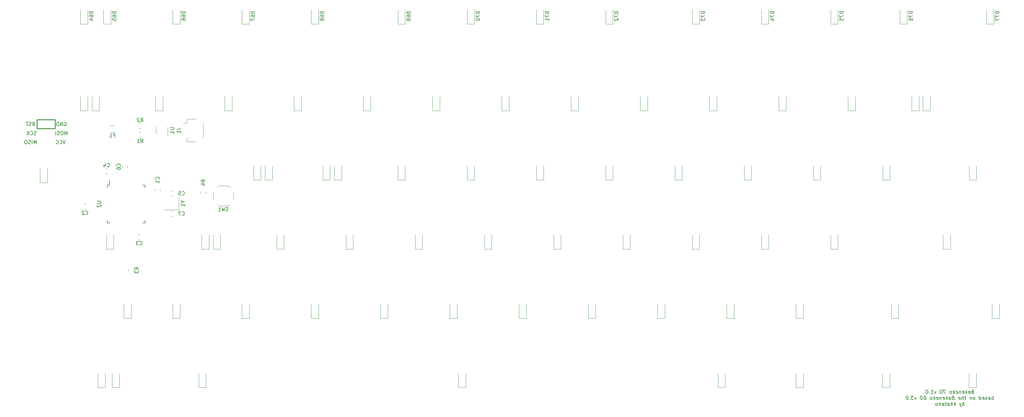
<source format=gbo>
G04 #@! TF.GenerationSoftware,KiCad,Pcbnew,(5.1.4)-1*
G04 #@! TF.CreationDate,2021-10-30T23:29:11+08:00*
G04 #@! TF.ProjectId,bakeneko-60-pcb,62616b65-6e65-46b6-9f2d-36302d706362,rev?*
G04 #@! TF.SameCoordinates,Original*
G04 #@! TF.FileFunction,Legend,Bot*
G04 #@! TF.FilePolarity,Positive*
%FSLAX46Y46*%
G04 Gerber Fmt 4.6, Leading zero omitted, Abs format (unit mm)*
G04 Created by KiCad (PCBNEW (5.1.4)-1) date 2021-10-30 23:29:11*
%MOMM*%
%LPD*%
G04 APERTURE LIST*
%ADD10C,0.150000*%
%ADD11C,0.120000*%
%ADD12C,0.250000*%
G04 APERTURE END LIST*
D10*
X252335104Y-80431696D02*
X252198199Y-80479315D01*
X252156532Y-80526934D01*
X252120818Y-80622172D01*
X252138675Y-80765029D01*
X252198199Y-80860267D01*
X252251770Y-80907886D01*
X252352961Y-80955505D01*
X252733913Y-80955505D01*
X252608913Y-79955505D01*
X252275580Y-79955505D01*
X252186294Y-80003125D01*
X252144627Y-80050744D01*
X252108913Y-80145982D01*
X252120818Y-80241220D01*
X252180342Y-80336458D01*
X252233913Y-80384077D01*
X252335104Y-80431696D01*
X252668437Y-80431696D01*
X251305342Y-80955505D02*
X251239866Y-80431696D01*
X251275580Y-80336458D01*
X251364866Y-80288839D01*
X251555342Y-80288839D01*
X251656532Y-80336458D01*
X251299389Y-80907886D02*
X251400580Y-80955505D01*
X251638675Y-80955505D01*
X251727961Y-80907886D01*
X251763675Y-80812648D01*
X251751770Y-80717410D01*
X251692247Y-80622172D01*
X251591056Y-80574553D01*
X251352961Y-80574553D01*
X251251770Y-80526934D01*
X250829151Y-80955505D02*
X250704151Y-79955505D01*
X250686294Y-80574553D02*
X250448199Y-80955505D01*
X250364866Y-80288839D02*
X250793437Y-80669791D01*
X249632723Y-80907886D02*
X249733913Y-80955505D01*
X249924389Y-80955505D01*
X250013675Y-80907886D01*
X250049389Y-80812648D01*
X250001770Y-80431696D01*
X249942247Y-80336458D01*
X249841056Y-80288839D01*
X249650580Y-80288839D01*
X249561294Y-80336458D01*
X249525580Y-80431696D01*
X249537485Y-80526934D01*
X250025580Y-80622172D01*
X249079151Y-80288839D02*
X249162485Y-80955505D01*
X249091056Y-80384077D02*
X249037485Y-80336458D01*
X248936294Y-80288839D01*
X248793437Y-80288839D01*
X248704151Y-80336458D01*
X248668437Y-80431696D01*
X248733913Y-80955505D01*
X247870818Y-80907886D02*
X247972008Y-80955505D01*
X248162485Y-80955505D01*
X248251770Y-80907886D01*
X248287485Y-80812648D01*
X248239866Y-80431696D01*
X248180342Y-80336458D01*
X248079151Y-80288839D01*
X247888675Y-80288839D01*
X247799389Y-80336458D01*
X247763675Y-80431696D01*
X247775580Y-80526934D01*
X248263675Y-80622172D01*
X247400580Y-80955505D02*
X247275580Y-79955505D01*
X247257723Y-80574553D02*
X247019627Y-80955505D01*
X246936294Y-80288839D02*
X247364866Y-80669791D01*
X246448199Y-80955505D02*
X246537485Y-80907886D01*
X246579151Y-80860267D01*
X246614866Y-80765029D01*
X246579151Y-80479315D01*
X246519627Y-80384077D01*
X246466056Y-80336458D01*
X246364866Y-80288839D01*
X246222008Y-80288839D01*
X246132723Y-80336458D01*
X246091056Y-80384077D01*
X246055342Y-80479315D01*
X246091056Y-80765029D01*
X246150580Y-80860267D01*
X246204151Y-80907886D01*
X246305342Y-80955505D01*
X246448199Y-80955505D01*
X244894627Y-79955505D02*
X244227961Y-79955505D01*
X244781532Y-80955505D01*
X243656532Y-79955505D02*
X243561294Y-79955505D01*
X243472008Y-80003125D01*
X243430342Y-80050744D01*
X243394627Y-80145982D01*
X243370818Y-80336458D01*
X243400580Y-80574553D01*
X243472008Y-80765029D01*
X243531532Y-80860267D01*
X243585104Y-80907886D01*
X243686294Y-80955505D01*
X243781532Y-80955505D01*
X243870818Y-80907886D01*
X243912485Y-80860267D01*
X243948199Y-80765029D01*
X243972008Y-80574553D01*
X243942247Y-80336458D01*
X243870818Y-80145982D01*
X243811294Y-80050744D01*
X243757723Y-80003125D01*
X243656532Y-79955505D01*
X242269627Y-80288839D02*
X242114866Y-80955505D01*
X241793437Y-80288839D01*
X240972008Y-80955505D02*
X241543437Y-80955505D01*
X241257723Y-80955505D02*
X241132723Y-79955505D01*
X241245818Y-80098363D01*
X241352961Y-80193601D01*
X241454151Y-80241220D01*
X240531532Y-80860267D02*
X240489866Y-80907886D01*
X240543437Y-80955505D01*
X240585104Y-80907886D01*
X240531532Y-80860267D01*
X240543437Y-80955505D01*
X239751770Y-79955505D02*
X239656532Y-79955505D01*
X239567247Y-80003125D01*
X239525580Y-80050744D01*
X239489866Y-80145982D01*
X239466056Y-80336458D01*
X239495818Y-80574553D01*
X239567247Y-80765029D01*
X239626770Y-80860267D01*
X239680342Y-80907886D01*
X239781532Y-80955505D01*
X239876770Y-80955505D01*
X239966056Y-80907886D01*
X240007723Y-80860267D01*
X240043437Y-80765029D01*
X240067247Y-80574553D01*
X240037485Y-80336458D01*
X239966056Y-80145982D01*
X239906532Y-80050744D01*
X239852961Y-80003125D01*
X239751770Y-79955505D01*
X258138675Y-82605505D02*
X258013675Y-81605505D01*
X258061294Y-81986458D02*
X257960104Y-81938839D01*
X257769627Y-81938839D01*
X257680342Y-81986458D01*
X257638675Y-82034077D01*
X257602961Y-82129315D01*
X257638675Y-82415029D01*
X257698199Y-82510267D01*
X257751770Y-82557886D01*
X257852961Y-82605505D01*
X258043437Y-82605505D01*
X258132723Y-82557886D01*
X256805342Y-82605505D02*
X256739866Y-82081696D01*
X256775580Y-81986458D01*
X256864866Y-81938839D01*
X257055342Y-81938839D01*
X257156532Y-81986458D01*
X256799389Y-82557886D02*
X256900580Y-82605505D01*
X257138675Y-82605505D01*
X257227961Y-82557886D01*
X257263675Y-82462648D01*
X257251770Y-82367410D01*
X257192247Y-82272172D01*
X257091056Y-82224553D01*
X256852961Y-82224553D01*
X256751770Y-82176934D01*
X256370818Y-82557886D02*
X256281532Y-82605505D01*
X256091056Y-82605505D01*
X255989866Y-82557886D01*
X255930342Y-82462648D01*
X255924389Y-82415029D01*
X255960104Y-82319791D01*
X256049389Y-82272172D01*
X256192247Y-82272172D01*
X256281532Y-82224553D01*
X256317247Y-82129315D01*
X256311294Y-82081696D01*
X256251770Y-81986458D01*
X256150580Y-81938839D01*
X256007723Y-81938839D01*
X255918437Y-81986458D01*
X255132723Y-82557886D02*
X255233913Y-82605505D01*
X255424389Y-82605505D01*
X255513675Y-82557886D01*
X255549389Y-82462648D01*
X255501770Y-82081696D01*
X255442247Y-81986458D01*
X255341056Y-81938839D01*
X255150580Y-81938839D01*
X255061294Y-81986458D01*
X255025580Y-82081696D01*
X255037485Y-82176934D01*
X255525580Y-82272172D01*
X254233913Y-82605505D02*
X254108913Y-81605505D01*
X254227961Y-82557886D02*
X254329151Y-82605505D01*
X254519627Y-82605505D01*
X254608913Y-82557886D01*
X254650580Y-82510267D01*
X254686294Y-82415029D01*
X254650580Y-82129315D01*
X254591056Y-82034077D01*
X254537485Y-81986458D01*
X254436294Y-81938839D01*
X254245818Y-81938839D01*
X254156532Y-81986458D01*
X252852961Y-82605505D02*
X252942247Y-82557886D01*
X252983913Y-82510267D01*
X253019627Y-82415029D01*
X252983913Y-82129315D01*
X252924389Y-82034077D01*
X252870818Y-81986458D01*
X252769627Y-81938839D01*
X252626770Y-81938839D01*
X252537485Y-81986458D01*
X252495818Y-82034077D01*
X252460104Y-82129315D01*
X252495818Y-82415029D01*
X252555342Y-82510267D01*
X252608913Y-82557886D01*
X252710104Y-82605505D01*
X252852961Y-82605505D01*
X252007723Y-81938839D02*
X252091056Y-82605505D01*
X252019627Y-82034077D02*
X251966056Y-81986458D01*
X251864866Y-81938839D01*
X251722008Y-81938839D01*
X251632723Y-81986458D01*
X251597008Y-82081696D01*
X251662485Y-82605505D01*
X250483913Y-81938839D02*
X250102961Y-81938839D01*
X250299389Y-81605505D02*
X250406532Y-82462648D01*
X250370818Y-82557886D01*
X250281532Y-82605505D01*
X250186294Y-82605505D01*
X249852961Y-82605505D02*
X249727961Y-81605505D01*
X249424389Y-82605505D02*
X249358913Y-82081696D01*
X249394627Y-81986458D01*
X249483913Y-81938839D01*
X249626770Y-81938839D01*
X249727961Y-81986458D01*
X249781532Y-82034077D01*
X248561294Y-82557886D02*
X248662485Y-82605505D01*
X248852961Y-82605505D01*
X248942247Y-82557886D01*
X248977961Y-82462648D01*
X248930342Y-82081696D01*
X248870818Y-81986458D01*
X248769627Y-81938839D01*
X248579151Y-81938839D01*
X248489866Y-81986458D01*
X248454151Y-82081696D01*
X248466056Y-82176934D01*
X248954151Y-82272172D01*
X246930342Y-82081696D02*
X246793437Y-82129315D01*
X246751770Y-82176934D01*
X246716056Y-82272172D01*
X246733913Y-82415029D01*
X246793437Y-82510267D01*
X246847008Y-82557886D01*
X246948199Y-82605505D01*
X247329151Y-82605505D01*
X247204151Y-81605505D01*
X246870818Y-81605505D01*
X246781532Y-81653125D01*
X246739866Y-81700744D01*
X246704151Y-81795982D01*
X246716056Y-81891220D01*
X246775580Y-81986458D01*
X246829151Y-82034077D01*
X246930342Y-82081696D01*
X247263675Y-82081696D01*
X245900580Y-82605505D02*
X245835104Y-82081696D01*
X245870818Y-81986458D01*
X245960104Y-81938839D01*
X246150580Y-81938839D01*
X246251770Y-81986458D01*
X245894627Y-82557886D02*
X245995818Y-82605505D01*
X246233913Y-82605505D01*
X246323199Y-82557886D01*
X246358913Y-82462648D01*
X246347008Y-82367410D01*
X246287485Y-82272172D01*
X246186294Y-82224553D01*
X245948199Y-82224553D01*
X245847008Y-82176934D01*
X245424389Y-82605505D02*
X245299389Y-81605505D01*
X245281532Y-82224553D02*
X245043437Y-82605505D01*
X244960104Y-81938839D02*
X245388675Y-82319791D01*
X244227961Y-82557886D02*
X244329151Y-82605505D01*
X244519627Y-82605505D01*
X244608913Y-82557886D01*
X244644627Y-82462648D01*
X244597008Y-82081696D01*
X244537485Y-81986458D01*
X244436294Y-81938839D01*
X244245818Y-81938839D01*
X244156532Y-81986458D01*
X244120818Y-82081696D01*
X244132723Y-82176934D01*
X244620818Y-82272172D01*
X243674389Y-81938839D02*
X243757723Y-82605505D01*
X243686294Y-82034077D02*
X243632723Y-81986458D01*
X243531532Y-81938839D01*
X243388675Y-81938839D01*
X243299389Y-81986458D01*
X243263675Y-82081696D01*
X243329151Y-82605505D01*
X242466056Y-82557886D02*
X242567247Y-82605505D01*
X242757723Y-82605505D01*
X242847008Y-82557886D01*
X242882723Y-82462648D01*
X242835104Y-82081696D01*
X242775580Y-81986458D01*
X242674389Y-81938839D01*
X242483913Y-81938839D01*
X242394627Y-81986458D01*
X242358913Y-82081696D01*
X242370818Y-82176934D01*
X242858913Y-82272172D01*
X241995818Y-82605505D02*
X241870818Y-81605505D01*
X241852961Y-82224553D02*
X241614866Y-82605505D01*
X241531532Y-81938839D02*
X241960104Y-82319791D01*
X241043437Y-82605505D02*
X241132723Y-82557886D01*
X241174389Y-82510267D01*
X241210104Y-82415029D01*
X241174389Y-82129315D01*
X241114866Y-82034077D01*
X241061294Y-81986458D01*
X240960104Y-81938839D01*
X240817247Y-81938839D01*
X240727961Y-81986458D01*
X240686294Y-82034077D01*
X240650580Y-82129315D01*
X240686294Y-82415029D01*
X240745818Y-82510267D01*
X240799389Y-82557886D01*
X240900580Y-82605505D01*
X241043437Y-82605505D01*
X238966056Y-81605505D02*
X239156532Y-81605505D01*
X239257723Y-81653125D01*
X239311294Y-81700744D01*
X239424389Y-81843601D01*
X239495818Y-82034077D01*
X239543437Y-82415029D01*
X239507723Y-82510267D01*
X239466056Y-82557886D01*
X239376770Y-82605505D01*
X239186294Y-82605505D01*
X239085104Y-82557886D01*
X239031532Y-82510267D01*
X238972008Y-82415029D01*
X238942247Y-82176934D01*
X238977961Y-82081696D01*
X239019627Y-82034077D01*
X239108913Y-81986458D01*
X239299389Y-81986458D01*
X239400580Y-82034077D01*
X239454151Y-82081696D01*
X239513675Y-82176934D01*
X238251770Y-81605505D02*
X238156532Y-81605505D01*
X238067247Y-81653125D01*
X238025580Y-81700744D01*
X237989866Y-81795982D01*
X237966056Y-81986458D01*
X237995818Y-82224553D01*
X238067247Y-82415029D01*
X238126770Y-82510267D01*
X238180342Y-82557886D01*
X238281532Y-82605505D01*
X238376770Y-82605505D01*
X238466056Y-82557886D01*
X238507723Y-82510267D01*
X238543437Y-82415029D01*
X238567247Y-82224553D01*
X238537485Y-81986458D01*
X238466056Y-81795982D01*
X238406532Y-81700744D01*
X238352961Y-81653125D01*
X238251770Y-81605505D01*
X236864866Y-81938839D02*
X236710104Y-82605505D01*
X236388675Y-81938839D01*
X236061294Y-81605505D02*
X235442247Y-81605505D01*
X235823199Y-81986458D01*
X235680342Y-81986458D01*
X235591056Y-82034077D01*
X235549389Y-82081696D01*
X235513675Y-82176934D01*
X235543437Y-82415029D01*
X235602961Y-82510267D01*
X235656532Y-82557886D01*
X235757723Y-82605505D01*
X236043437Y-82605505D01*
X236132723Y-82557886D01*
X236174389Y-82510267D01*
X235126770Y-82510267D02*
X235085104Y-82557886D01*
X235138675Y-82605505D01*
X235180342Y-82557886D01*
X235126770Y-82510267D01*
X235138675Y-82605505D01*
X234347008Y-81605505D02*
X234251770Y-81605505D01*
X234162485Y-81653125D01*
X234120818Y-81700744D01*
X234085104Y-81795982D01*
X234061294Y-81986458D01*
X234091056Y-82224553D01*
X234162485Y-82415029D01*
X234222008Y-82510267D01*
X234275580Y-82557886D01*
X234376770Y-82605505D01*
X234472008Y-82605505D01*
X234561294Y-82557886D01*
X234602961Y-82510267D01*
X234638675Y-82415029D01*
X234662485Y-82224553D01*
X234632723Y-81986458D01*
X234561294Y-81795982D01*
X234501770Y-81700744D01*
X234448199Y-81653125D01*
X234347008Y-81605505D01*
X250043437Y-84255505D02*
X249918437Y-83255505D01*
X249966056Y-83636458D02*
X249864866Y-83588839D01*
X249674389Y-83588839D01*
X249585104Y-83636458D01*
X249543437Y-83684077D01*
X249507723Y-83779315D01*
X249543437Y-84065029D01*
X249602961Y-84160267D01*
X249656532Y-84207886D01*
X249757723Y-84255505D01*
X249948199Y-84255505D01*
X250037485Y-84207886D01*
X249150580Y-83588839D02*
X248995818Y-84255505D01*
X248674389Y-83588839D02*
X248995818Y-84255505D01*
X249120818Y-84493601D01*
X249174389Y-84541220D01*
X249275580Y-84588839D01*
X247614866Y-84255505D02*
X247489866Y-83255505D01*
X247472008Y-83874553D02*
X247233913Y-84255505D01*
X247150580Y-83588839D02*
X247579151Y-83969791D01*
X246805342Y-84255505D02*
X246680342Y-83255505D01*
X246662485Y-83874553D02*
X246424389Y-84255505D01*
X246341056Y-83588839D02*
X246769627Y-83969791D01*
X245567247Y-84255505D02*
X245501770Y-83731696D01*
X245537485Y-83636458D01*
X245626770Y-83588839D01*
X245817247Y-83588839D01*
X245918437Y-83636458D01*
X245561294Y-84207886D02*
X245662485Y-84255505D01*
X245900580Y-84255505D01*
X245989866Y-84207886D01*
X246025580Y-84112648D01*
X246013675Y-84017410D01*
X245954151Y-83922172D01*
X245852961Y-83874553D01*
X245614866Y-83874553D01*
X245513675Y-83826934D01*
X245150580Y-83588839D02*
X244769627Y-83588839D01*
X244966056Y-83255505D02*
X245073199Y-84112648D01*
X245037485Y-84207886D01*
X244948199Y-84255505D01*
X244852961Y-84255505D01*
X244091056Y-84255505D02*
X244025580Y-83731696D01*
X244061294Y-83636458D01*
X244150580Y-83588839D01*
X244341056Y-83588839D01*
X244442247Y-83636458D01*
X244085104Y-84207886D02*
X244186294Y-84255505D01*
X244424389Y-84255505D01*
X244513675Y-84207886D01*
X244549389Y-84112648D01*
X244537485Y-84017410D01*
X244477961Y-83922172D01*
X244376770Y-83874553D01*
X244138675Y-83874553D01*
X244037485Y-83826934D01*
X243531532Y-83588839D02*
X243614866Y-84255505D01*
X243543437Y-83684077D02*
X243489866Y-83636458D01*
X243388675Y-83588839D01*
X243245818Y-83588839D01*
X243156532Y-83636458D01*
X243120818Y-83731696D01*
X243186294Y-84255505D01*
X242567247Y-84255505D02*
X242656532Y-84207886D01*
X242698199Y-84160267D01*
X242733913Y-84065029D01*
X242698199Y-83779315D01*
X242638675Y-83684077D01*
X242585104Y-83636458D01*
X242483913Y-83588839D01*
X242341056Y-83588839D01*
X242251770Y-83636458D01*
X242210104Y-83684077D01*
X242174389Y-83779315D01*
X242210104Y-84065029D01*
X242269627Y-84160267D01*
X242323199Y-84207886D01*
X242424389Y-84255505D01*
X242567247Y-84255505D01*
D11*
X258175000Y20768750D02*
X258175000Y24668750D01*
X256175000Y20768750D02*
X256175000Y24668750D01*
X258175000Y20768750D02*
X256175000Y20768750D01*
X234362500Y20768750D02*
X234362500Y24668750D01*
X232362500Y20768750D02*
X232362500Y24668750D01*
X234362500Y20768750D02*
X232362500Y20768750D01*
X215312500Y20768750D02*
X215312500Y24668750D01*
X213312500Y20768750D02*
X213312500Y24668750D01*
X215312500Y20768750D02*
X213312500Y20768750D01*
X196262500Y20768750D02*
X196262500Y24668750D01*
X194262500Y20768750D02*
X194262500Y24668750D01*
X196262500Y20768750D02*
X194262500Y20768750D01*
X177212500Y20768750D02*
X177212500Y24668750D01*
X175212500Y20768750D02*
X175212500Y24668750D01*
X177212500Y20768750D02*
X175212500Y20768750D01*
X153400000Y20768750D02*
X153400000Y24668750D01*
X151400000Y20768750D02*
X151400000Y24668750D01*
X153400000Y20768750D02*
X151400000Y20768750D01*
X134350000Y20768750D02*
X134350000Y24668750D01*
X132350000Y20768750D02*
X132350000Y24668750D01*
X134350000Y20768750D02*
X132350000Y20768750D01*
X115300000Y20768750D02*
X115300000Y24668750D01*
X113300000Y20768750D02*
X113300000Y24668750D01*
X115300000Y20768750D02*
X113300000Y20768750D01*
X96250000Y20768750D02*
X96250000Y24668750D01*
X94250000Y20768750D02*
X94250000Y24668750D01*
X96250000Y20768750D02*
X94250000Y20768750D01*
X72437500Y20768750D02*
X72437500Y24668750D01*
X70437500Y20768750D02*
X70437500Y24668750D01*
X72437500Y20768750D02*
X70437500Y20768750D01*
X53387500Y20768750D02*
X53387500Y24668750D01*
X51387500Y20768750D02*
X51387500Y24668750D01*
X53387500Y20768750D02*
X51387500Y20768750D01*
X34337500Y20768750D02*
X34337500Y24668750D01*
X32337500Y20768750D02*
X32337500Y24668750D01*
X34337500Y20768750D02*
X32337500Y20768750D01*
X15287500Y20768750D02*
X15287500Y24668750D01*
X13287500Y20768750D02*
X13287500Y24668750D01*
X15287500Y20768750D02*
X13287500Y20768750D01*
X8937500Y20768750D02*
X8937500Y24668750D01*
X6937500Y20768750D02*
X6937500Y24668750D01*
X8937500Y20768750D02*
X6937500Y20768750D01*
X27713750Y-9400000D02*
X27713750Y-7600000D01*
X30933750Y-7600000D02*
X30933750Y-10050000D01*
X229550000Y-79243750D02*
X229550000Y-75343750D01*
X227550000Y-79243750D02*
X227550000Y-75343750D01*
X229550000Y-79243750D02*
X227550000Y-79243750D01*
X205787500Y-79243750D02*
X205787500Y-75343750D01*
X203787500Y-79243750D02*
X203787500Y-75343750D01*
X205787500Y-79243750D02*
X203787500Y-79243750D01*
X184315000Y-79243750D02*
X184315000Y-75343750D01*
X182315000Y-79243750D02*
X182315000Y-75343750D01*
X184315000Y-79243750D02*
X182315000Y-79243750D01*
X45450000Y-41143750D02*
X45450000Y-37243750D01*
X43450000Y-41143750D02*
X43450000Y-37243750D01*
X45450000Y-41143750D02*
X43450000Y-41143750D01*
X42275000Y-41143750D02*
X42275000Y-37243750D01*
X40275000Y-41143750D02*
X40275000Y-37243750D01*
X42275000Y-41143750D02*
X40275000Y-41143750D01*
X78787500Y-22093750D02*
X78787500Y-18193750D01*
X76787500Y-22093750D02*
X76787500Y-18193750D01*
X78787500Y-22093750D02*
X76787500Y-22093750D01*
X75612500Y-22093750D02*
X75612500Y-18193750D01*
X73612500Y-22093750D02*
X73612500Y-18193750D01*
X75612500Y-22093750D02*
X73612500Y-22093750D01*
X56562500Y-22093750D02*
X56562500Y-18193750D01*
X54562500Y-22093750D02*
X54562500Y-18193750D01*
X56562500Y-22093750D02*
X54562500Y-22093750D01*
X59737500Y-22093750D02*
X59737500Y-18193750D01*
X57737500Y-22093750D02*
X57737500Y-18193750D01*
X59737500Y-22093750D02*
X57737500Y-22093750D01*
X240655000Y-3043750D02*
X240655000Y856250D01*
X238655000Y-3043750D02*
X238655000Y856250D01*
X240655000Y-3043750D02*
X238655000Y-3043750D01*
X220075000Y-3043750D02*
X220075000Y856250D01*
X218075000Y-3043750D02*
X218075000Y856250D01*
X220075000Y-3043750D02*
X218075000Y-3043750D01*
X12112500Y-3043750D02*
X12112500Y856250D01*
X10112500Y-3043750D02*
X10112500Y856250D01*
X12112500Y-3043750D02*
X10112500Y-3043750D01*
X8937500Y-3043750D02*
X8937500Y856250D01*
X6937500Y-3043750D02*
X6937500Y856250D01*
X8937500Y-3043750D02*
X6937500Y-3043750D01*
X-2175000Y-22887500D02*
X-2175000Y-18987500D01*
X-4175000Y-22887500D02*
X-4175000Y-18987500D01*
X-2175000Y-22887500D02*
X-4175000Y-22887500D01*
X237585000Y-3043750D02*
X237585000Y856250D01*
X235585000Y-3043750D02*
X235585000Y856250D01*
X237585000Y-3043750D02*
X235585000Y-3043750D01*
X253362500Y-79243750D02*
X253362500Y-75343750D01*
X251362500Y-79243750D02*
X251362500Y-75343750D01*
X253362500Y-79243750D02*
X251362500Y-79243750D01*
X112918750Y-79243750D02*
X112918750Y-75343750D01*
X110918750Y-79243750D02*
X110918750Y-75343750D01*
X112918750Y-79243750D02*
X110918750Y-79243750D01*
X41481250Y-79243750D02*
X41481250Y-75343750D01*
X39481250Y-79243750D02*
X39481250Y-75343750D01*
X41481250Y-79243750D02*
X39481250Y-79243750D01*
X17668750Y-79243750D02*
X17668750Y-75343750D01*
X15668750Y-79243750D02*
X15668750Y-75343750D01*
X17668750Y-79243750D02*
X15668750Y-79243750D01*
X13747500Y-79243750D02*
X13747500Y-75343750D01*
X11747500Y-79243750D02*
X11747500Y-75343750D01*
X13747500Y-79243750D02*
X11747500Y-79243750D01*
X259715000Y-60193750D02*
X259715000Y-56293750D01*
X257715000Y-60193750D02*
X257715000Y-56293750D01*
X259715000Y-60193750D02*
X257715000Y-60193750D01*
X231981250Y-60193750D02*
X231981250Y-56293750D01*
X229981250Y-60193750D02*
X229981250Y-56293750D01*
X231981250Y-60193750D02*
X229981250Y-60193750D01*
X205787500Y-60193750D02*
X205787500Y-56293750D01*
X203787500Y-60193750D02*
X203787500Y-56293750D01*
X205787500Y-60193750D02*
X203787500Y-60193750D01*
X186737500Y-60193750D02*
X186737500Y-56293750D01*
X184737500Y-60193750D02*
X184737500Y-56293750D01*
X186737500Y-60193750D02*
X184737500Y-60193750D01*
X167687500Y-60193750D02*
X167687500Y-56293750D01*
X165687500Y-60193750D02*
X165687500Y-56293750D01*
X167687500Y-60193750D02*
X165687500Y-60193750D01*
X148637500Y-60193750D02*
X148637500Y-56293750D01*
X146637500Y-60193750D02*
X146637500Y-56293750D01*
X148637500Y-60193750D02*
X146637500Y-60193750D01*
X129587500Y-60193750D02*
X129587500Y-56293750D01*
X127587500Y-60193750D02*
X127587500Y-56293750D01*
X129587500Y-60193750D02*
X127587500Y-60193750D01*
X110537500Y-60193750D02*
X110537500Y-56293750D01*
X108537500Y-60193750D02*
X108537500Y-56293750D01*
X110537500Y-60193750D02*
X108537500Y-60193750D01*
X91487500Y-60193750D02*
X91487500Y-56293750D01*
X89487500Y-60193750D02*
X89487500Y-56293750D01*
X91487500Y-60193750D02*
X89487500Y-60193750D01*
X72437500Y-60193750D02*
X72437500Y-56293750D01*
X70437500Y-60193750D02*
X70437500Y-56293750D01*
X72437500Y-60193750D02*
X70437500Y-60193750D01*
X53387500Y-60193750D02*
X53387500Y-56293750D01*
X51387500Y-60193750D02*
X51387500Y-56293750D01*
X53387500Y-60193750D02*
X51387500Y-60193750D01*
X34337500Y-60193750D02*
X34337500Y-56293750D01*
X32337500Y-60193750D02*
X32337500Y-56293750D01*
X34337500Y-60193750D02*
X32337500Y-60193750D01*
X20843750Y-60193750D02*
X20843750Y-56293750D01*
X18843750Y-60193750D02*
X18843750Y-56293750D01*
X20843750Y-60193750D02*
X18843750Y-60193750D01*
X246268750Y-41143750D02*
X246268750Y-37243750D01*
X244268750Y-41143750D02*
X244268750Y-37243750D01*
X246268750Y-41143750D02*
X244268750Y-41143750D01*
X215312500Y-41143750D02*
X215312500Y-37243750D01*
X213312500Y-41143750D02*
X213312500Y-37243750D01*
X215312500Y-41143750D02*
X213312500Y-41143750D01*
X196262500Y-41143750D02*
X196262500Y-37243750D01*
X194262500Y-41143750D02*
X194262500Y-37243750D01*
X196262500Y-41143750D02*
X194262500Y-41143750D01*
X177212500Y-41143750D02*
X177212500Y-37243750D01*
X175212500Y-41143750D02*
X175212500Y-37243750D01*
X177212500Y-41143750D02*
X175212500Y-41143750D01*
X158162500Y-41143750D02*
X158162500Y-37243750D01*
X156162500Y-41143750D02*
X156162500Y-37243750D01*
X158162500Y-41143750D02*
X156162500Y-41143750D01*
X139112500Y-41143750D02*
X139112500Y-37243750D01*
X137112500Y-41143750D02*
X137112500Y-37243750D01*
X139112500Y-41143750D02*
X137112500Y-41143750D01*
X120062500Y-41143750D02*
X120062500Y-37243750D01*
X118062500Y-41143750D02*
X118062500Y-37243750D01*
X120062500Y-41143750D02*
X118062500Y-41143750D01*
X101012500Y-41143750D02*
X101012500Y-37243750D01*
X99012500Y-41143750D02*
X99012500Y-37243750D01*
X101012500Y-41143750D02*
X99012500Y-41143750D01*
X81962500Y-41143750D02*
X81962500Y-37243750D01*
X79962500Y-41143750D02*
X79962500Y-37243750D01*
X81962500Y-41143750D02*
X79962500Y-41143750D01*
X62912500Y-41143750D02*
X62912500Y-37243750D01*
X60912500Y-41143750D02*
X60912500Y-37243750D01*
X62912500Y-41143750D02*
X60912500Y-41143750D01*
X16081250Y-41143750D02*
X16081250Y-37243750D01*
X14081250Y-41143750D02*
X14081250Y-37243750D01*
X16081250Y-41143750D02*
X14081250Y-41143750D01*
X253412500Y-22093750D02*
X253412500Y-18193750D01*
X251412500Y-22093750D02*
X251412500Y-18193750D01*
X253412500Y-22093750D02*
X251412500Y-22093750D01*
X229600000Y-22093750D02*
X229600000Y-18193750D01*
X227600000Y-22093750D02*
X227600000Y-18193750D01*
X229600000Y-22093750D02*
X227600000Y-22093750D01*
X210550000Y-22093750D02*
X210550000Y-18193750D01*
X208550000Y-22093750D02*
X208550000Y-18193750D01*
X210550000Y-22093750D02*
X208550000Y-22093750D01*
X191500000Y-22093750D02*
X191500000Y-18193750D01*
X189500000Y-22093750D02*
X189500000Y-18193750D01*
X191500000Y-22093750D02*
X189500000Y-22093750D01*
X172450000Y-22093750D02*
X172450000Y-18193750D01*
X170450000Y-22093750D02*
X170450000Y-18193750D01*
X172450000Y-22093750D02*
X170450000Y-22093750D01*
X153400000Y-22093750D02*
X153400000Y-18193750D01*
X151400000Y-22093750D02*
X151400000Y-18193750D01*
X153400000Y-22093750D02*
X151400000Y-22093750D01*
X134350000Y-22093750D02*
X134350000Y-18193750D01*
X132350000Y-22093750D02*
X132350000Y-18193750D01*
X134350000Y-22093750D02*
X132350000Y-22093750D01*
X115300000Y-22093750D02*
X115300000Y-18193750D01*
X113300000Y-22093750D02*
X113300000Y-18193750D01*
X115300000Y-22093750D02*
X113300000Y-22093750D01*
X96250000Y-22093750D02*
X96250000Y-18193750D01*
X94250000Y-22093750D02*
X94250000Y-18193750D01*
X96250000Y-22093750D02*
X94250000Y-22093750D01*
X201025000Y-3043750D02*
X201025000Y856250D01*
X199025000Y-3043750D02*
X199025000Y856250D01*
X201025000Y-3043750D02*
X199025000Y-3043750D01*
X181975000Y-3043750D02*
X181975000Y856250D01*
X179975000Y-3043750D02*
X179975000Y856250D01*
X181975000Y-3043750D02*
X179975000Y-3043750D01*
X162925000Y-3043750D02*
X162925000Y856250D01*
X160925000Y-3043750D02*
X160925000Y856250D01*
X162925000Y-3043750D02*
X160925000Y-3043750D01*
X143875000Y-3043750D02*
X143875000Y856250D01*
X141875000Y-3043750D02*
X141875000Y856250D01*
X143875000Y-3043750D02*
X141875000Y-3043750D01*
X124825000Y-3043750D02*
X124825000Y856250D01*
X122825000Y-3043750D02*
X122825000Y856250D01*
X124825000Y-3043750D02*
X122825000Y-3043750D01*
X105775000Y-3043750D02*
X105775000Y856250D01*
X103775000Y-3043750D02*
X103775000Y856250D01*
X105775000Y-3043750D02*
X103775000Y-3043750D01*
X86725000Y-3043750D02*
X86725000Y856250D01*
X84725000Y-3043750D02*
X84725000Y856250D01*
X86725000Y-3043750D02*
X84725000Y-3043750D01*
X67675000Y-3043750D02*
X67675000Y856250D01*
X65675000Y-3043750D02*
X65675000Y856250D01*
X67675000Y-3043750D02*
X65675000Y-3043750D01*
X48625000Y-3043750D02*
X48625000Y856250D01*
X46625000Y-3043750D02*
X46625000Y856250D01*
X48625000Y-3043750D02*
X46625000Y-3043750D01*
X29575000Y-3043750D02*
X29575000Y856250D01*
X27575000Y-3043750D02*
X27575000Y856250D01*
X29575000Y-3043750D02*
X27575000Y-3043750D01*
X33960000Y-30320000D02*
X29960000Y-30320000D01*
X33960000Y-27020000D02*
X33960000Y-30320000D01*
D10*
X14953750Y-23583750D02*
X14953750Y-22308750D01*
X14378750Y-33933750D02*
X14378750Y-33258750D01*
X24728750Y-33933750D02*
X24728750Y-33258750D01*
X24728750Y-23583750D02*
X24728750Y-24258750D01*
X14378750Y-23583750D02*
X14378750Y-24258750D01*
X24728750Y-23583750D02*
X24053750Y-23583750D01*
X24728750Y-33933750D02*
X24053750Y-33933750D01*
X14378750Y-33933750D02*
X15053750Y-33933750D01*
X14378750Y-23583750D02*
X14953750Y-23583750D01*
D11*
X44993750Y-29235000D02*
X47493750Y-29235000D01*
X43493750Y-27485000D02*
X43493750Y-25485000D01*
X44993750Y-23735000D02*
X47493750Y-23735000D01*
X48993750Y-27485000D02*
X48993750Y-25485000D01*
X44543750Y-28785000D02*
X44993750Y-29235000D01*
X47943750Y-28785000D02*
X47493750Y-29235000D01*
X47943750Y-24185000D02*
X47493750Y-23735000D01*
X44543750Y-24185000D02*
X44993750Y-23735000D01*
X20113750Y-47208578D02*
X20113750Y-46691422D01*
X21533750Y-47208578D02*
X21533750Y-46691422D01*
X23081422Y-6540000D02*
X23598578Y-6540000D01*
X23081422Y-7960000D02*
X23598578Y-7960000D01*
X23081422Y-9040000D02*
X23598578Y-9040000D01*
X23081422Y-10460000D02*
X23598578Y-10460000D01*
X41420000Y-25261422D02*
X41420000Y-25778578D01*
X40000000Y-25261422D02*
X40000000Y-25778578D01*
D12*
X-5040000Y-8017501D02*
X-40000Y-8017501D01*
X-40000Y-8017501D02*
X-40000Y-5517501D01*
X-40000Y-5517501D02*
X-5040000Y-5517501D01*
X-5040000Y-5517501D02*
X-5040000Y-8017501D01*
D11*
X38715000Y-5390000D02*
X36215000Y-5390000D01*
X36215000Y-5390000D02*
X36215000Y-6440000D01*
X36215000Y-6440000D02*
X35225000Y-6440000D01*
X38715000Y-11610000D02*
X36215000Y-11610000D01*
X36215000Y-11610000D02*
X36215000Y-10560000D01*
X40685000Y-6560000D02*
X40685000Y-10440000D01*
X15107936Y-9030000D02*
X16312064Y-9030000D01*
X15107936Y-7210000D02*
X16312064Y-7210000D01*
X19830000Y-18211422D02*
X19830000Y-18728578D01*
X18410000Y-18211422D02*
X18410000Y-18728578D01*
X32218578Y-32180000D02*
X31701422Y-32180000D01*
X32218578Y-30760000D02*
X31701422Y-30760000D01*
X32218578Y-26580000D02*
X31701422Y-26580000D01*
X32218578Y-25160000D02*
X31701422Y-25160000D01*
X14382328Y-20460000D02*
X13865172Y-20460000D01*
X14382328Y-19040000D02*
X13865172Y-19040000D01*
X22801422Y-37200000D02*
X23318578Y-37200000D01*
X22801422Y-38620000D02*
X23318578Y-38620000D01*
X7915172Y-28848750D02*
X8432328Y-28848750D01*
X7915172Y-30268750D02*
X8432328Y-30268750D01*
X28870000Y-24661422D02*
X28870000Y-25178578D01*
X27450000Y-24661422D02*
X27450000Y-25178578D01*
D10*
X259627380Y24233035D02*
X258627380Y24233035D01*
X258627380Y23994940D01*
X258675000Y23852083D01*
X258770238Y23756845D01*
X258865476Y23709226D01*
X259055952Y23661607D01*
X259198809Y23661607D01*
X259389285Y23709226D01*
X259484523Y23756845D01*
X259579761Y23852083D01*
X259627380Y23994940D01*
X259627380Y24233035D01*
X258627380Y23328273D02*
X258627380Y22661607D01*
X259627380Y23090178D01*
X258627380Y22375892D02*
X258627380Y21709226D01*
X259627380Y22137797D01*
X235814880Y24233035D02*
X234814880Y24233035D01*
X234814880Y23994940D01*
X234862500Y23852083D01*
X234957738Y23756845D01*
X235052976Y23709226D01*
X235243452Y23661607D01*
X235386309Y23661607D01*
X235576785Y23709226D01*
X235672023Y23756845D01*
X235767261Y23852083D01*
X235814880Y23994940D01*
X235814880Y24233035D01*
X234814880Y23328273D02*
X234814880Y22661607D01*
X235814880Y23090178D01*
X234814880Y21852083D02*
X234814880Y22042559D01*
X234862500Y22137797D01*
X234910119Y22185416D01*
X235052976Y22280654D01*
X235243452Y22328273D01*
X235624404Y22328273D01*
X235719642Y22280654D01*
X235767261Y22233035D01*
X235814880Y22137797D01*
X235814880Y21947321D01*
X235767261Y21852083D01*
X235719642Y21804464D01*
X235624404Y21756845D01*
X235386309Y21756845D01*
X235291071Y21804464D01*
X235243452Y21852083D01*
X235195833Y21947321D01*
X235195833Y22137797D01*
X235243452Y22233035D01*
X235291071Y22280654D01*
X235386309Y22328273D01*
X216764880Y24233035D02*
X215764880Y24233035D01*
X215764880Y23994940D01*
X215812500Y23852083D01*
X215907738Y23756845D01*
X216002976Y23709226D01*
X216193452Y23661607D01*
X216336309Y23661607D01*
X216526785Y23709226D01*
X216622023Y23756845D01*
X216717261Y23852083D01*
X216764880Y23994940D01*
X216764880Y24233035D01*
X215764880Y23328273D02*
X215764880Y22661607D01*
X216764880Y23090178D01*
X215764880Y21804464D02*
X215764880Y22280654D01*
X216241071Y22328273D01*
X216193452Y22280654D01*
X216145833Y22185416D01*
X216145833Y21947321D01*
X216193452Y21852083D01*
X216241071Y21804464D01*
X216336309Y21756845D01*
X216574404Y21756845D01*
X216669642Y21804464D01*
X216717261Y21852083D01*
X216764880Y21947321D01*
X216764880Y22185416D01*
X216717261Y22280654D01*
X216669642Y22328273D01*
X197714880Y24233035D02*
X196714880Y24233035D01*
X196714880Y23994940D01*
X196762500Y23852083D01*
X196857738Y23756845D01*
X196952976Y23709226D01*
X197143452Y23661607D01*
X197286309Y23661607D01*
X197476785Y23709226D01*
X197572023Y23756845D01*
X197667261Y23852083D01*
X197714880Y23994940D01*
X197714880Y24233035D01*
X196714880Y23328273D02*
X196714880Y22661607D01*
X197714880Y23090178D01*
X197048214Y21852083D02*
X197714880Y21852083D01*
X196667261Y22090178D02*
X197381547Y22328273D01*
X197381547Y21709226D01*
X178664880Y24233035D02*
X177664880Y24233035D01*
X177664880Y23994940D01*
X177712500Y23852083D01*
X177807738Y23756845D01*
X177902976Y23709226D01*
X178093452Y23661607D01*
X178236309Y23661607D01*
X178426785Y23709226D01*
X178522023Y23756845D01*
X178617261Y23852083D01*
X178664880Y23994940D01*
X178664880Y24233035D01*
X177664880Y23328273D02*
X177664880Y22661607D01*
X178664880Y23090178D01*
X177664880Y22375892D02*
X177664880Y21756845D01*
X178045833Y22090178D01*
X178045833Y21947321D01*
X178093452Y21852083D01*
X178141071Y21804464D01*
X178236309Y21756845D01*
X178474404Y21756845D01*
X178569642Y21804464D01*
X178617261Y21852083D01*
X178664880Y21947321D01*
X178664880Y22233035D01*
X178617261Y22328273D01*
X178569642Y22375892D01*
X154852380Y24233035D02*
X153852380Y24233035D01*
X153852380Y23994940D01*
X153900000Y23852083D01*
X153995238Y23756845D01*
X154090476Y23709226D01*
X154280952Y23661607D01*
X154423809Y23661607D01*
X154614285Y23709226D01*
X154709523Y23756845D01*
X154804761Y23852083D01*
X154852380Y23994940D01*
X154852380Y24233035D01*
X153852380Y23328273D02*
X153852380Y22661607D01*
X154852380Y23090178D01*
X153947619Y22328273D02*
X153900000Y22280654D01*
X153852380Y22185416D01*
X153852380Y21947321D01*
X153900000Y21852083D01*
X153947619Y21804464D01*
X154042857Y21756845D01*
X154138095Y21756845D01*
X154280952Y21804464D01*
X154852380Y22375892D01*
X154852380Y21756845D01*
X135802380Y24233035D02*
X134802380Y24233035D01*
X134802380Y23994940D01*
X134850000Y23852083D01*
X134945238Y23756845D01*
X135040476Y23709226D01*
X135230952Y23661607D01*
X135373809Y23661607D01*
X135564285Y23709226D01*
X135659523Y23756845D01*
X135754761Y23852083D01*
X135802380Y23994940D01*
X135802380Y24233035D01*
X134802380Y23328273D02*
X134802380Y22661607D01*
X135802380Y23090178D01*
X135802380Y21756845D02*
X135802380Y22328273D01*
X135802380Y22042559D02*
X134802380Y22042559D01*
X134945238Y22137797D01*
X135040476Y22233035D01*
X135088095Y22328273D01*
X116752380Y24233035D02*
X115752380Y24233035D01*
X115752380Y23994940D01*
X115800000Y23852083D01*
X115895238Y23756845D01*
X115990476Y23709226D01*
X116180952Y23661607D01*
X116323809Y23661607D01*
X116514285Y23709226D01*
X116609523Y23756845D01*
X116704761Y23852083D01*
X116752380Y23994940D01*
X116752380Y24233035D01*
X115752380Y23328273D02*
X115752380Y22661607D01*
X116752380Y23090178D01*
X115752380Y22090178D02*
X115752380Y21994940D01*
X115800000Y21899702D01*
X115847619Y21852083D01*
X115942857Y21804464D01*
X116133333Y21756845D01*
X116371428Y21756845D01*
X116561904Y21804464D01*
X116657142Y21852083D01*
X116704761Y21899702D01*
X116752380Y21994940D01*
X116752380Y22090178D01*
X116704761Y22185416D01*
X116657142Y22233035D01*
X116561904Y22280654D01*
X116371428Y22328273D01*
X116133333Y22328273D01*
X115942857Y22280654D01*
X115847619Y22233035D01*
X115800000Y22185416D01*
X115752380Y22090178D01*
X97702380Y24233035D02*
X96702380Y24233035D01*
X96702380Y23994940D01*
X96750000Y23852083D01*
X96845238Y23756845D01*
X96940476Y23709226D01*
X97130952Y23661607D01*
X97273809Y23661607D01*
X97464285Y23709226D01*
X97559523Y23756845D01*
X97654761Y23852083D01*
X97702380Y23994940D01*
X97702380Y24233035D01*
X96702380Y22804464D02*
X96702380Y22994940D01*
X96750000Y23090178D01*
X96797619Y23137797D01*
X96940476Y23233035D01*
X97130952Y23280654D01*
X97511904Y23280654D01*
X97607142Y23233035D01*
X97654761Y23185416D01*
X97702380Y23090178D01*
X97702380Y22899702D01*
X97654761Y22804464D01*
X97607142Y22756845D01*
X97511904Y22709226D01*
X97273809Y22709226D01*
X97178571Y22756845D01*
X97130952Y22804464D01*
X97083333Y22899702D01*
X97083333Y23090178D01*
X97130952Y23185416D01*
X97178571Y23233035D01*
X97273809Y23280654D01*
X97702380Y22233035D02*
X97702380Y22042559D01*
X97654761Y21947321D01*
X97607142Y21899702D01*
X97464285Y21804464D01*
X97273809Y21756845D01*
X96892857Y21756845D01*
X96797619Y21804464D01*
X96750000Y21852083D01*
X96702380Y21947321D01*
X96702380Y22137797D01*
X96750000Y22233035D01*
X96797619Y22280654D01*
X96892857Y22328273D01*
X97130952Y22328273D01*
X97226190Y22280654D01*
X97273809Y22233035D01*
X97321428Y22137797D01*
X97321428Y21947321D01*
X97273809Y21852083D01*
X97226190Y21804464D01*
X97130952Y21756845D01*
X73889880Y24233035D02*
X72889880Y24233035D01*
X72889880Y23994940D01*
X72937500Y23852083D01*
X73032738Y23756845D01*
X73127976Y23709226D01*
X73318452Y23661607D01*
X73461309Y23661607D01*
X73651785Y23709226D01*
X73747023Y23756845D01*
X73842261Y23852083D01*
X73889880Y23994940D01*
X73889880Y24233035D01*
X72889880Y22804464D02*
X72889880Y22994940D01*
X72937500Y23090178D01*
X72985119Y23137797D01*
X73127976Y23233035D01*
X73318452Y23280654D01*
X73699404Y23280654D01*
X73794642Y23233035D01*
X73842261Y23185416D01*
X73889880Y23090178D01*
X73889880Y22899702D01*
X73842261Y22804464D01*
X73794642Y22756845D01*
X73699404Y22709226D01*
X73461309Y22709226D01*
X73366071Y22756845D01*
X73318452Y22804464D01*
X73270833Y22899702D01*
X73270833Y23090178D01*
X73318452Y23185416D01*
X73366071Y23233035D01*
X73461309Y23280654D01*
X73318452Y22137797D02*
X73270833Y22233035D01*
X73223214Y22280654D01*
X73127976Y22328273D01*
X73080357Y22328273D01*
X72985119Y22280654D01*
X72937500Y22233035D01*
X72889880Y22137797D01*
X72889880Y21947321D01*
X72937500Y21852083D01*
X72985119Y21804464D01*
X73080357Y21756845D01*
X73127976Y21756845D01*
X73223214Y21804464D01*
X73270833Y21852083D01*
X73318452Y21947321D01*
X73318452Y22137797D01*
X73366071Y22233035D01*
X73413690Y22280654D01*
X73508928Y22328273D01*
X73699404Y22328273D01*
X73794642Y22280654D01*
X73842261Y22233035D01*
X73889880Y22137797D01*
X73889880Y21947321D01*
X73842261Y21852083D01*
X73794642Y21804464D01*
X73699404Y21756845D01*
X73508928Y21756845D01*
X73413690Y21804464D01*
X73366071Y21852083D01*
X73318452Y21947321D01*
X54839880Y24233035D02*
X53839880Y24233035D01*
X53839880Y23994940D01*
X53887500Y23852083D01*
X53982738Y23756845D01*
X54077976Y23709226D01*
X54268452Y23661607D01*
X54411309Y23661607D01*
X54601785Y23709226D01*
X54697023Y23756845D01*
X54792261Y23852083D01*
X54839880Y23994940D01*
X54839880Y24233035D01*
X53839880Y22804464D02*
X53839880Y22994940D01*
X53887500Y23090178D01*
X53935119Y23137797D01*
X54077976Y23233035D01*
X54268452Y23280654D01*
X54649404Y23280654D01*
X54744642Y23233035D01*
X54792261Y23185416D01*
X54839880Y23090178D01*
X54839880Y22899702D01*
X54792261Y22804464D01*
X54744642Y22756845D01*
X54649404Y22709226D01*
X54411309Y22709226D01*
X54316071Y22756845D01*
X54268452Y22804464D01*
X54220833Y22899702D01*
X54220833Y23090178D01*
X54268452Y23185416D01*
X54316071Y23233035D01*
X54411309Y23280654D01*
X53839880Y22375892D02*
X53839880Y21709226D01*
X54839880Y22137797D01*
X35789880Y24233035D02*
X34789880Y24233035D01*
X34789880Y23994940D01*
X34837500Y23852083D01*
X34932738Y23756845D01*
X35027976Y23709226D01*
X35218452Y23661607D01*
X35361309Y23661607D01*
X35551785Y23709226D01*
X35647023Y23756845D01*
X35742261Y23852083D01*
X35789880Y23994940D01*
X35789880Y24233035D01*
X34789880Y22804464D02*
X34789880Y22994940D01*
X34837500Y23090178D01*
X34885119Y23137797D01*
X35027976Y23233035D01*
X35218452Y23280654D01*
X35599404Y23280654D01*
X35694642Y23233035D01*
X35742261Y23185416D01*
X35789880Y23090178D01*
X35789880Y22899702D01*
X35742261Y22804464D01*
X35694642Y22756845D01*
X35599404Y22709226D01*
X35361309Y22709226D01*
X35266071Y22756845D01*
X35218452Y22804464D01*
X35170833Y22899702D01*
X35170833Y23090178D01*
X35218452Y23185416D01*
X35266071Y23233035D01*
X35361309Y23280654D01*
X34789880Y21852083D02*
X34789880Y22042559D01*
X34837500Y22137797D01*
X34885119Y22185416D01*
X35027976Y22280654D01*
X35218452Y22328273D01*
X35599404Y22328273D01*
X35694642Y22280654D01*
X35742261Y22233035D01*
X35789880Y22137797D01*
X35789880Y21947321D01*
X35742261Y21852083D01*
X35694642Y21804464D01*
X35599404Y21756845D01*
X35361309Y21756845D01*
X35266071Y21804464D01*
X35218452Y21852083D01*
X35170833Y21947321D01*
X35170833Y22137797D01*
X35218452Y22233035D01*
X35266071Y22280654D01*
X35361309Y22328273D01*
X16739880Y24233035D02*
X15739880Y24233035D01*
X15739880Y23994940D01*
X15787500Y23852083D01*
X15882738Y23756845D01*
X15977976Y23709226D01*
X16168452Y23661607D01*
X16311309Y23661607D01*
X16501785Y23709226D01*
X16597023Y23756845D01*
X16692261Y23852083D01*
X16739880Y23994940D01*
X16739880Y24233035D01*
X15739880Y22804464D02*
X15739880Y22994940D01*
X15787500Y23090178D01*
X15835119Y23137797D01*
X15977976Y23233035D01*
X16168452Y23280654D01*
X16549404Y23280654D01*
X16644642Y23233035D01*
X16692261Y23185416D01*
X16739880Y23090178D01*
X16739880Y22899702D01*
X16692261Y22804464D01*
X16644642Y22756845D01*
X16549404Y22709226D01*
X16311309Y22709226D01*
X16216071Y22756845D01*
X16168452Y22804464D01*
X16120833Y22899702D01*
X16120833Y23090178D01*
X16168452Y23185416D01*
X16216071Y23233035D01*
X16311309Y23280654D01*
X15739880Y21804464D02*
X15739880Y22280654D01*
X16216071Y22328273D01*
X16168452Y22280654D01*
X16120833Y22185416D01*
X16120833Y21947321D01*
X16168452Y21852083D01*
X16216071Y21804464D01*
X16311309Y21756845D01*
X16549404Y21756845D01*
X16644642Y21804464D01*
X16692261Y21852083D01*
X16739880Y21947321D01*
X16739880Y22185416D01*
X16692261Y22280654D01*
X16644642Y22328273D01*
X10389880Y24233035D02*
X9389880Y24233035D01*
X9389880Y23994940D01*
X9437500Y23852083D01*
X9532738Y23756845D01*
X9627976Y23709226D01*
X9818452Y23661607D01*
X9961309Y23661607D01*
X10151785Y23709226D01*
X10247023Y23756845D01*
X10342261Y23852083D01*
X10389880Y23994940D01*
X10389880Y24233035D01*
X9389880Y22804464D02*
X9389880Y22994940D01*
X9437500Y23090178D01*
X9485119Y23137797D01*
X9627976Y23233035D01*
X9818452Y23280654D01*
X10199404Y23280654D01*
X10294642Y23233035D01*
X10342261Y23185416D01*
X10389880Y23090178D01*
X10389880Y22899702D01*
X10342261Y22804464D01*
X10294642Y22756845D01*
X10199404Y22709226D01*
X9961309Y22709226D01*
X9866071Y22756845D01*
X9818452Y22804464D01*
X9770833Y22899702D01*
X9770833Y23090178D01*
X9818452Y23185416D01*
X9866071Y23233035D01*
X9961309Y23280654D01*
X9723214Y21852083D02*
X10389880Y21852083D01*
X9342261Y22090178D02*
X10056547Y22328273D01*
X10056547Y21709226D01*
X31676130Y-7738095D02*
X32485654Y-7738095D01*
X32580892Y-7785714D01*
X32628511Y-7833333D01*
X32676130Y-7928571D01*
X32676130Y-8119047D01*
X32628511Y-8214285D01*
X32580892Y-8261904D01*
X32485654Y-8309523D01*
X31676130Y-8309523D01*
X32676130Y-9309523D02*
X32676130Y-8738095D01*
X32676130Y-9023809D02*
X31676130Y-9023809D01*
X31818988Y-8928571D01*
X31914226Y-8833333D01*
X31961845Y-8738095D01*
X35097440Y-28157559D02*
X35573630Y-28157559D01*
X34573630Y-27824226D02*
X35097440Y-28157559D01*
X34573630Y-28490892D01*
X35573630Y-29348035D02*
X35573630Y-28776607D01*
X35573630Y-29062321D02*
X34573630Y-29062321D01*
X34716488Y-28967083D01*
X34811726Y-28871845D01*
X34859345Y-28776607D01*
X11556130Y-27996845D02*
X12365654Y-27996845D01*
X12460892Y-28044464D01*
X12508511Y-28092083D01*
X12556130Y-28187321D01*
X12556130Y-28377797D01*
X12508511Y-28473035D01*
X12460892Y-28520654D01*
X12365654Y-28568273D01*
X11556130Y-28568273D01*
X11651369Y-28996845D02*
X11603750Y-29044464D01*
X11556130Y-29139702D01*
X11556130Y-29377797D01*
X11603750Y-29473035D01*
X11651369Y-29520654D01*
X11746607Y-29568273D01*
X11841845Y-29568273D01*
X11984702Y-29520654D01*
X12556130Y-28949226D01*
X12556130Y-29568273D01*
X47577083Y-30639761D02*
X47434226Y-30687380D01*
X47196130Y-30687380D01*
X47100892Y-30639761D01*
X47053273Y-30592142D01*
X47005654Y-30496904D01*
X47005654Y-30401666D01*
X47053273Y-30306428D01*
X47100892Y-30258809D01*
X47196130Y-30211190D01*
X47386607Y-30163571D01*
X47481845Y-30115952D01*
X47529464Y-30068333D01*
X47577083Y-29973095D01*
X47577083Y-29877857D01*
X47529464Y-29782619D01*
X47481845Y-29735000D01*
X47386607Y-29687380D01*
X47148511Y-29687380D01*
X47005654Y-29735000D01*
X46672321Y-29687380D02*
X46434226Y-30687380D01*
X46243750Y-29973095D01*
X46053273Y-30687380D01*
X45815178Y-29687380D01*
X44910416Y-30687380D02*
X45481845Y-30687380D01*
X45196130Y-30687380D02*
X45196130Y-29687380D01*
X45291369Y-29830238D01*
X45386607Y-29925476D01*
X45481845Y-29973095D01*
X22926130Y-46783333D02*
X22449940Y-46450000D01*
X22926130Y-46211904D02*
X21926130Y-46211904D01*
X21926130Y-46592857D01*
X21973750Y-46688095D01*
X22021369Y-46735714D01*
X22116607Y-46783333D01*
X22259464Y-46783333D01*
X22354702Y-46735714D01*
X22402321Y-46688095D01*
X22449940Y-46592857D01*
X22449940Y-46211904D01*
X21926130Y-47116666D02*
X21926130Y-47735714D01*
X22307083Y-47402380D01*
X22307083Y-47545238D01*
X22354702Y-47640476D01*
X22402321Y-47688095D01*
X22497559Y-47735714D01*
X22735654Y-47735714D01*
X22830892Y-47688095D01*
X22878511Y-47640476D01*
X22926130Y-47545238D01*
X22926130Y-47259523D01*
X22878511Y-47164285D01*
X22830892Y-47116666D01*
X23556666Y-6118630D02*
X23890000Y-5642440D01*
X24128095Y-6118630D02*
X24128095Y-5118630D01*
X23747142Y-5118630D01*
X23651904Y-5166250D01*
X23604285Y-5213869D01*
X23556666Y-5309107D01*
X23556666Y-5451964D01*
X23604285Y-5547202D01*
X23651904Y-5594821D01*
X23747142Y-5642440D01*
X24128095Y-5642440D01*
X23175714Y-5213869D02*
X23128095Y-5166250D01*
X23032857Y-5118630D01*
X22794761Y-5118630D01*
X22699523Y-5166250D01*
X22651904Y-5213869D01*
X22604285Y-5309107D01*
X22604285Y-5404345D01*
X22651904Y-5547202D01*
X23223333Y-6118630D01*
X22604285Y-6118630D01*
X23506666Y-11852380D02*
X23840000Y-11376190D01*
X24078095Y-11852380D02*
X24078095Y-10852380D01*
X23697142Y-10852380D01*
X23601904Y-10900000D01*
X23554285Y-10947619D01*
X23506666Y-11042857D01*
X23506666Y-11185714D01*
X23554285Y-11280952D01*
X23601904Y-11328571D01*
X23697142Y-11376190D01*
X24078095Y-11376190D01*
X22554285Y-11852380D02*
X23125714Y-11852380D01*
X22840000Y-11852380D02*
X22840000Y-10852380D01*
X22935238Y-10995238D01*
X23030476Y-11090476D01*
X23125714Y-11138095D01*
X41173630Y-22677083D02*
X40697440Y-22343750D01*
X41173630Y-22105654D02*
X40173630Y-22105654D01*
X40173630Y-22486607D01*
X40221250Y-22581845D01*
X40268869Y-22629464D01*
X40364107Y-22677083D01*
X40506964Y-22677083D01*
X40602202Y-22629464D01*
X40649821Y-22581845D01*
X40697440Y-22486607D01*
X40697440Y-22105654D01*
X40506964Y-23534226D02*
X41173630Y-23534226D01*
X40126011Y-23296130D02*
X40840297Y-23058035D01*
X40840297Y-23677083D01*
X-5218571Y-12219881D02*
X-5218571Y-11219881D01*
X-5551904Y-11934167D01*
X-5885238Y-11219881D01*
X-5885238Y-12219881D01*
X-6361428Y-12219881D02*
X-6361428Y-11219881D01*
X-6790000Y-12172262D02*
X-6932857Y-12219881D01*
X-7170952Y-12219881D01*
X-7266190Y-12172262D01*
X-7313809Y-12124643D01*
X-7361428Y-12029405D01*
X-7361428Y-11934167D01*
X-7313809Y-11838929D01*
X-7266190Y-11791310D01*
X-7170952Y-11743691D01*
X-6980476Y-11696072D01*
X-6885238Y-11648453D01*
X-6837619Y-11600834D01*
X-6790000Y-11505596D01*
X-6790000Y-11410358D01*
X-6837619Y-11315120D01*
X-6885238Y-11267501D01*
X-6980476Y-11219881D01*
X-7218571Y-11219881D01*
X-7361428Y-11267501D01*
X-7980476Y-11219881D02*
X-8170952Y-11219881D01*
X-8266190Y-11267501D01*
X-8361428Y-11362739D01*
X-8409047Y-11553215D01*
X-8409047Y-11886548D01*
X-8361428Y-12077024D01*
X-8266190Y-12172262D01*
X-8170952Y-12219881D01*
X-7980476Y-12219881D01*
X-7885238Y-12172262D01*
X-7790000Y-12077024D01*
X-7742380Y-11886548D01*
X-7742380Y-11553215D01*
X-7790000Y-11362739D01*
X-7885238Y-11267501D01*
X-7980476Y-11219881D01*
X2793333Y-11219881D02*
X2460000Y-12219881D01*
X2126666Y-11219881D01*
X1221904Y-12124643D02*
X1269523Y-12172262D01*
X1412380Y-12219881D01*
X1507619Y-12219881D01*
X1650476Y-12172262D01*
X1745714Y-12077024D01*
X1793333Y-11981786D01*
X1840952Y-11791310D01*
X1840952Y-11648453D01*
X1793333Y-11457977D01*
X1745714Y-11362739D01*
X1650476Y-11267501D01*
X1507619Y-11219881D01*
X1412380Y-11219881D01*
X1269523Y-11267501D01*
X1221904Y-11315120D01*
X221904Y-12124643D02*
X269523Y-12172262D01*
X412380Y-12219881D01*
X507619Y-12219881D01*
X650476Y-12172262D01*
X745714Y-12077024D01*
X793333Y-11981786D01*
X840952Y-11791310D01*
X840952Y-11648453D01*
X793333Y-11457977D01*
X745714Y-11362739D01*
X650476Y-11267501D01*
X507619Y-11219881D01*
X412380Y-11219881D01*
X269523Y-11267501D01*
X221904Y-11315120D01*
X-5254285Y-9672262D02*
X-5397142Y-9719881D01*
X-5635238Y-9719881D01*
X-5730476Y-9672262D01*
X-5778095Y-9624643D01*
X-5825714Y-9529405D01*
X-5825714Y-9434167D01*
X-5778095Y-9338929D01*
X-5730476Y-9291310D01*
X-5635238Y-9243691D01*
X-5444761Y-9196072D01*
X-5349523Y-9148453D01*
X-5301904Y-9100834D01*
X-5254285Y-9005596D01*
X-5254285Y-8910358D01*
X-5301904Y-8815120D01*
X-5349523Y-8767501D01*
X-5444761Y-8719881D01*
X-5682857Y-8719881D01*
X-5825714Y-8767501D01*
X-6825714Y-9624643D02*
X-6778095Y-9672262D01*
X-6635238Y-9719881D01*
X-6540000Y-9719881D01*
X-6397142Y-9672262D01*
X-6301904Y-9577024D01*
X-6254285Y-9481786D01*
X-6206666Y-9291310D01*
X-6206666Y-9148453D01*
X-6254285Y-8957977D01*
X-6301904Y-8862739D01*
X-6397142Y-8767501D01*
X-6540000Y-8719881D01*
X-6635238Y-8719881D01*
X-6778095Y-8767501D01*
X-6825714Y-8815120D01*
X-7254285Y-9719881D02*
X-7254285Y-8719881D01*
X-7825714Y-9719881D02*
X-7397142Y-9148453D01*
X-7825714Y-8719881D02*
X-7254285Y-9291310D01*
X3281428Y-9719881D02*
X3281428Y-8719881D01*
X2948095Y-9434167D01*
X2614761Y-8719881D01*
X2614761Y-9719881D01*
X1948095Y-8719881D02*
X1757619Y-8719881D01*
X1662380Y-8767501D01*
X1567142Y-8862739D01*
X1519523Y-9053215D01*
X1519523Y-9386548D01*
X1567142Y-9577024D01*
X1662380Y-9672262D01*
X1757619Y-9719881D01*
X1948095Y-9719881D01*
X2043333Y-9672262D01*
X2138571Y-9577024D01*
X2186190Y-9386548D01*
X2186190Y-9053215D01*
X2138571Y-8862739D01*
X2043333Y-8767501D01*
X1948095Y-8719881D01*
X1138571Y-9672262D02*
X995714Y-9719881D01*
X757619Y-9719881D01*
X662380Y-9672262D01*
X614761Y-9624643D01*
X567142Y-9529405D01*
X567142Y-9434167D01*
X614761Y-9338929D01*
X662380Y-9291310D01*
X757619Y-9243691D01*
X948095Y-9196072D01*
X1043333Y-9148453D01*
X1090952Y-9100834D01*
X1138571Y-9005596D01*
X1138571Y-8910358D01*
X1090952Y-8815120D01*
X1043333Y-8767501D01*
X948095Y-8719881D01*
X709999Y-8719881D01*
X567142Y-8767501D01*
X138571Y-9719881D02*
X138571Y-8719881D01*
X-6242380Y-7219881D02*
X-5909047Y-6743691D01*
X-5670952Y-7219881D02*
X-5670952Y-6219881D01*
X-6051904Y-6219881D01*
X-6147142Y-6267501D01*
X-6194761Y-6315120D01*
X-6242380Y-6410358D01*
X-6242380Y-6553215D01*
X-6194761Y-6648453D01*
X-6147142Y-6696072D01*
X-6051904Y-6743691D01*
X-5670952Y-6743691D01*
X-6623333Y-7172262D02*
X-6766190Y-7219881D01*
X-7004285Y-7219881D01*
X-7099523Y-7172262D01*
X-7147142Y-7124643D01*
X-7194761Y-7029405D01*
X-7194761Y-6934167D01*
X-7147142Y-6838929D01*
X-7099523Y-6791310D01*
X-7004285Y-6743691D01*
X-6813809Y-6696072D01*
X-6718571Y-6648453D01*
X-6670952Y-6600834D01*
X-6623333Y-6505596D01*
X-6623333Y-6410358D01*
X-6670952Y-6315120D01*
X-6718571Y-6267501D01*
X-6813809Y-6219881D01*
X-7051904Y-6219881D01*
X-7194761Y-6267501D01*
X-7480476Y-6219881D02*
X-8051904Y-6219881D01*
X-7766190Y-7219881D02*
X-7766190Y-6219881D01*
X2471904Y-6267501D02*
X2567142Y-6219881D01*
X2710000Y-6219881D01*
X2852857Y-6267501D01*
X2948095Y-6362739D01*
X2995714Y-6457977D01*
X3043333Y-6648453D01*
X3043333Y-6791310D01*
X2995714Y-6981786D01*
X2948095Y-7077024D01*
X2852857Y-7172262D01*
X2710000Y-7219881D01*
X2614761Y-7219881D01*
X2471904Y-7172262D01*
X2424285Y-7124643D01*
X2424285Y-6791310D01*
X2614761Y-6791310D01*
X1995714Y-7219881D02*
X1995714Y-6219881D01*
X1424285Y-7219881D01*
X1424285Y-6219881D01*
X948095Y-7219881D02*
X948095Y-6219881D01*
X710000Y-6219881D01*
X567142Y-6267501D01*
X471904Y-6362739D01*
X424285Y-6457977D01*
X376666Y-6648453D01*
X376666Y-6791310D01*
X424285Y-6981786D01*
X471904Y-7077024D01*
X567142Y-7172262D01*
X710000Y-7219881D01*
X948095Y-7219881D01*
X33472380Y-8166666D02*
X34186666Y-8166666D01*
X34329523Y-8119047D01*
X34424761Y-8023809D01*
X34472380Y-7880952D01*
X34472380Y-7785714D01*
X34472380Y-9166666D02*
X34472380Y-8595238D01*
X34472380Y-8880952D02*
X33472380Y-8880952D01*
X33615238Y-8785714D01*
X33710476Y-8690476D01*
X33758095Y-8595238D01*
X16043333Y-9868571D02*
X16376666Y-9868571D01*
X16376666Y-10392380D02*
X16376666Y-9392380D01*
X15900476Y-9392380D01*
X14995714Y-10392380D02*
X15567142Y-10392380D01*
X15281428Y-10392380D02*
X15281428Y-9392380D01*
X15376666Y-9535238D01*
X15471904Y-9630476D01*
X15567142Y-9678095D01*
X17827142Y-18303333D02*
X17874761Y-18255714D01*
X17922380Y-18112857D01*
X17922380Y-18017619D01*
X17874761Y-17874761D01*
X17779523Y-17779523D01*
X17684285Y-17731904D01*
X17493809Y-17684285D01*
X17350952Y-17684285D01*
X17160476Y-17731904D01*
X17065238Y-17779523D01*
X16970000Y-17874761D01*
X16922380Y-18017619D01*
X16922380Y-18112857D01*
X16970000Y-18255714D01*
X17017619Y-18303333D01*
X16922380Y-19160476D02*
X16922380Y-18970000D01*
X16970000Y-18874761D01*
X17017619Y-18827142D01*
X17160476Y-18731904D01*
X17350952Y-18684285D01*
X17731904Y-18684285D01*
X17827142Y-18731904D01*
X17874761Y-18779523D01*
X17922380Y-18874761D01*
X17922380Y-19065238D01*
X17874761Y-19160476D01*
X17827142Y-19208095D01*
X17731904Y-19255714D01*
X17493809Y-19255714D01*
X17398571Y-19208095D01*
X17350952Y-19160476D01*
X17303333Y-19065238D01*
X17303333Y-18874761D01*
X17350952Y-18779523D01*
X17398571Y-18731904D01*
X17493809Y-18684285D01*
X34902916Y-31788392D02*
X34950535Y-31836011D01*
X35093392Y-31883630D01*
X35188630Y-31883630D01*
X35331488Y-31836011D01*
X35426726Y-31740773D01*
X35474345Y-31645535D01*
X35521964Y-31455059D01*
X35521964Y-31312202D01*
X35474345Y-31121726D01*
X35426726Y-31026488D01*
X35331488Y-30931250D01*
X35188630Y-30883630D01*
X35093392Y-30883630D01*
X34950535Y-30931250D01*
X34902916Y-30978869D01*
X34569583Y-30883630D02*
X33902916Y-30883630D01*
X34331488Y-31883630D01*
X34902916Y-26188392D02*
X34950535Y-26236011D01*
X35093392Y-26283630D01*
X35188630Y-26283630D01*
X35331488Y-26236011D01*
X35426726Y-26140773D01*
X35474345Y-26045535D01*
X35521964Y-25855059D01*
X35521964Y-25712202D01*
X35474345Y-25521726D01*
X35426726Y-25426488D01*
X35331488Y-25331250D01*
X35188630Y-25283630D01*
X35093392Y-25283630D01*
X34950535Y-25331250D01*
X34902916Y-25378869D01*
X33998154Y-25283630D02*
X34474345Y-25283630D01*
X34521964Y-25759821D01*
X34474345Y-25712202D01*
X34379107Y-25664583D01*
X34141011Y-25664583D01*
X34045773Y-25712202D01*
X33998154Y-25759821D01*
X33950535Y-25855059D01*
X33950535Y-26093154D01*
X33998154Y-26188392D01*
X34045773Y-26236011D01*
X34141011Y-26283630D01*
X34379107Y-26283630D01*
X34474345Y-26236011D01*
X34521964Y-26188392D01*
X14290416Y-18457142D02*
X14338035Y-18504761D01*
X14480892Y-18552380D01*
X14576130Y-18552380D01*
X14718988Y-18504761D01*
X14814226Y-18409523D01*
X14861845Y-18314285D01*
X14909464Y-18123809D01*
X14909464Y-17980952D01*
X14861845Y-17790476D01*
X14814226Y-17695238D01*
X14718988Y-17600000D01*
X14576130Y-17552380D01*
X14480892Y-17552380D01*
X14338035Y-17600000D01*
X14290416Y-17647619D01*
X13433273Y-17885714D02*
X13433273Y-18552380D01*
X13671369Y-17504761D02*
X13909464Y-18219047D01*
X13290416Y-18219047D01*
X23226666Y-39917142D02*
X23274285Y-39964761D01*
X23417142Y-40012380D01*
X23512380Y-40012380D01*
X23655238Y-39964761D01*
X23750476Y-39869523D01*
X23798095Y-39774285D01*
X23845714Y-39583809D01*
X23845714Y-39440952D01*
X23798095Y-39250476D01*
X23750476Y-39155238D01*
X23655238Y-39060000D01*
X23512380Y-39012380D01*
X23417142Y-39012380D01*
X23274285Y-39060000D01*
X23226666Y-39107619D01*
X22893333Y-39012380D02*
X22274285Y-39012380D01*
X22607619Y-39393333D01*
X22464761Y-39393333D01*
X22369523Y-39440952D01*
X22321904Y-39488571D01*
X22274285Y-39583809D01*
X22274285Y-39821904D01*
X22321904Y-39917142D01*
X22369523Y-39964761D01*
X22464761Y-40012380D01*
X22750476Y-40012380D01*
X22845714Y-39964761D01*
X22893333Y-39917142D01*
X8340416Y-31565892D02*
X8388035Y-31613511D01*
X8530892Y-31661130D01*
X8626130Y-31661130D01*
X8768988Y-31613511D01*
X8864226Y-31518273D01*
X8911845Y-31423035D01*
X8959464Y-31232559D01*
X8959464Y-31089702D01*
X8911845Y-30899226D01*
X8864226Y-30803988D01*
X8768988Y-30708750D01*
X8626130Y-30661130D01*
X8530892Y-30661130D01*
X8388035Y-30708750D01*
X8340416Y-30756369D01*
X7959464Y-30756369D02*
X7911845Y-30708750D01*
X7816607Y-30661130D01*
X7578511Y-30661130D01*
X7483273Y-30708750D01*
X7435654Y-30756369D01*
X7388035Y-30851607D01*
X7388035Y-30946845D01*
X7435654Y-31089702D01*
X8007083Y-31661130D01*
X7388035Y-31661130D01*
X28505892Y-21989583D02*
X28553511Y-21941964D01*
X28601130Y-21799107D01*
X28601130Y-21703869D01*
X28553511Y-21561011D01*
X28458273Y-21465773D01*
X28363035Y-21418154D01*
X28172559Y-21370535D01*
X28029702Y-21370535D01*
X27839226Y-21418154D01*
X27743988Y-21465773D01*
X27648750Y-21561011D01*
X27601130Y-21703869D01*
X27601130Y-21799107D01*
X27648750Y-21941964D01*
X27696369Y-21989583D01*
X28601130Y-22941964D02*
X28601130Y-22370535D01*
X28601130Y-22656250D02*
X27601130Y-22656250D01*
X27743988Y-22561011D01*
X27839226Y-22465773D01*
X27886845Y-22370535D01*
M02*

</source>
